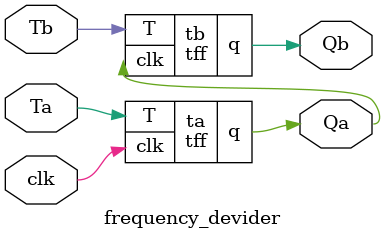
<source format=v>
`timescale 1ns / 1ps
	 
	module tff (input clk,T,output reg q=0);

always @ (posedge clk)

begin
if (T)
begin
q<=~q;
end
else
q<=q;

end
endmodule

module frequency_devider(
    input clk,Ta,Tb,
    output Qa,Qb
    );
	  
	 tff ta (.clk(clk),.T(Ta),.q(Qa));
	 tff tb (.clk(Qa),.T(Tb),.q(Qb));


endmodule


</source>
